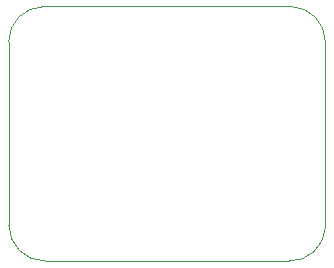
<source format=gbr>
%TF.GenerationSoftware,KiCad,Pcbnew,9.0.0*%
%TF.CreationDate,2025-09-30T20:54:45+02:00*%
%TF.ProjectId,hcms_pmod,68636d73-5f70-46d6-9f64-2e6b69636164,rev?*%
%TF.SameCoordinates,Original*%
%TF.FileFunction,Profile,NP*%
%FSLAX46Y46*%
G04 Gerber Fmt 4.6, Leading zero omitted, Abs format (unit mm)*
G04 Created by KiCad (PCBNEW 9.0.0) date 2025-09-30 20:54:45*
%MOMM*%
%LPD*%
G01*
G04 APERTURE LIST*
%TA.AperFunction,Profile*%
%ADD10C,0.100000*%
%TD*%
G04 APERTURE END LIST*
D10*
X114760000Y-119108788D02*
X135488263Y-119108788D01*
X111701311Y-100559978D02*
X111721320Y-101771320D01*
X138520831Y-116335525D02*
G75*
G02*
X135479092Y-119107214I-2991731J228325D01*
G01*
X114701311Y-97559978D02*
X135619776Y-97560000D01*
X111701311Y-100559978D02*
G75*
G02*
X114701311Y-97560011I2999989J-22D01*
G01*
X114760000Y-119108788D02*
G75*
G02*
X111721360Y-116040000I0J3038788D01*
G01*
X135619799Y-97560000D02*
G75*
G02*
X138531150Y-100559998I-89999J-3000000D01*
G01*
X111721320Y-101771320D02*
X111721320Y-116040000D01*
X138529979Y-116335525D02*
X138531116Y-100559998D01*
M02*

</source>
